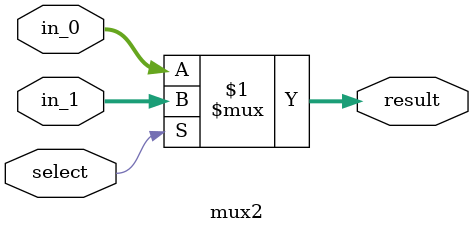
<source format=v>
module mux2
#(parameter N = 4)
(in_0, in_1, select, result);
  input [N-1:0] in_0, in_1;
  input select;
  output [N-1:0] result;

  assign result = (select)? in_1: in_0;

endmodule
</source>
